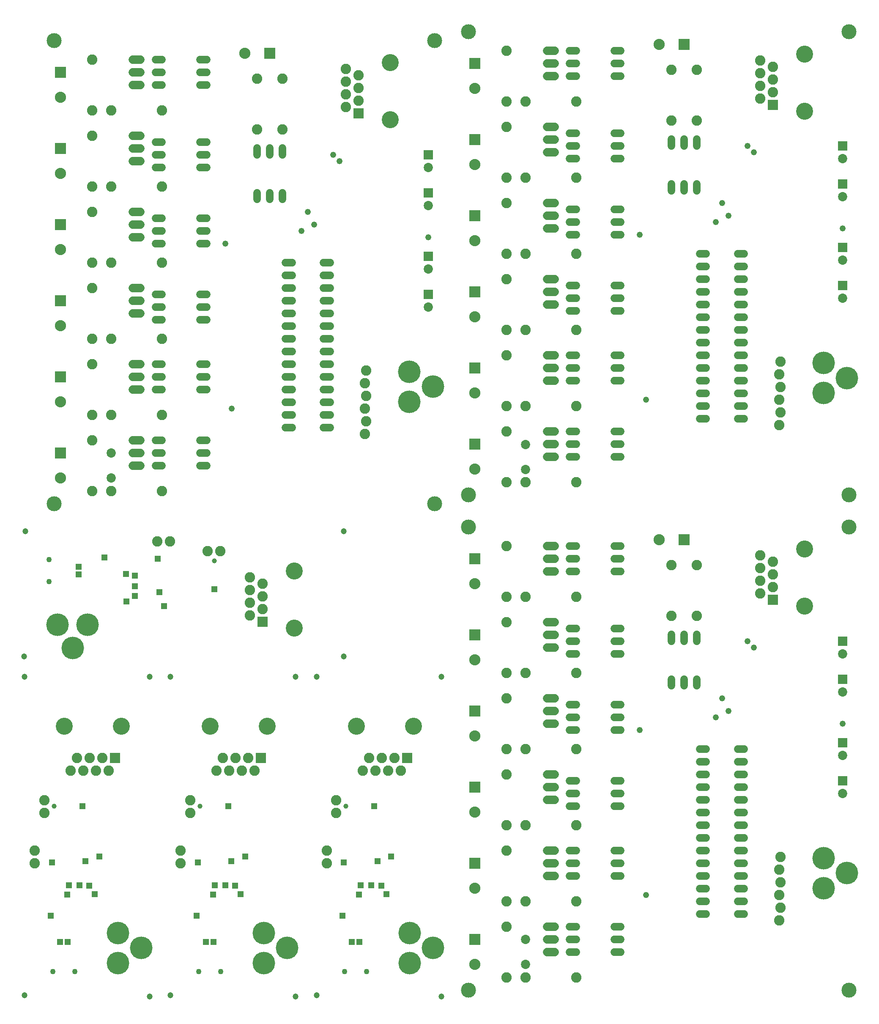
<source format=gbs>
G75*
G70*
%OFA0B0*%
%FSLAX25Y25*%
%IPPOS*%
%LPD*%
%AMOC8*
5,1,8,0,0,1.08239X$1,22.5*
%
%ADD110C,0.04340*%
%ADD158C,0.06000*%
%ADD166C,0.08200*%
%ADD186C,0.04800*%
%ADD212R,0.08800X0.08800*%
%ADD223R,0.07300X0.07300*%
%ADD263C,0.04740*%
%ADD28R,0.04760X0.04760*%
%ADD284C,0.06800*%
%ADD286R,0.08200X0.08200*%
%ADD329C,0.11820*%
%ADD366C,0.13400*%
%ADD463C,0.17800*%
%ADD553C,0.07300*%
%ADD688C,0.03900*%
%ADD74C,0.08800*%
X0020000Y0020000D02*
G75*
%LPD*%
D263*
X0123760Y0024800D03*
X0025360Y0026000D03*
X0025360Y0276800D03*
X0123760Y0276800D03*
D110*
X0064820Y0044600D03*
X0047500Y0044600D03*
D166*
X0033360Y0130000D03*
X0033360Y0140000D03*
X0040760Y0169600D03*
X0040760Y0179600D03*
X0061660Y0203000D03*
X0066660Y0213000D03*
X0071660Y0203000D03*
X0076660Y0213000D03*
X0081660Y0203000D03*
X0086660Y0213000D03*
X0091660Y0203000D03*
D366*
X0101660Y0238000D03*
X0056660Y0238000D03*
D286*
X0096660Y0213000D03*
D463*
X0098760Y0074940D03*
X0098760Y0051320D03*
X0117270Y0063130D03*
D28*
X0084160Y0135200D03*
X0076360Y0112200D03*
X0080560Y0105600D03*
X0068560Y0112400D03*
X0073360Y0131600D03*
X0060160Y0112400D03*
X0058960Y0105200D03*
X0046960Y0130400D03*
X0045760Y0088400D03*
X0053160Y0067800D03*
X0059160Y0068000D03*
X0070960Y0174800D03*
D688*
X0048560Y0175000D03*
X0135060Y0020000D02*
G75*
%LPD*%
D263*
X0238820Y0024800D03*
X0140420Y0026000D03*
X0140420Y0276800D03*
X0238820Y0276800D03*
D110*
X0179880Y0044600D03*
X0162560Y0044600D03*
D166*
X0148420Y0130000D03*
X0148420Y0140000D03*
X0155820Y0169600D03*
X0155820Y0179600D03*
X0176720Y0203000D03*
X0181720Y0213000D03*
X0186720Y0203000D03*
X0191720Y0213000D03*
X0196720Y0203000D03*
X0201720Y0213000D03*
X0206720Y0203000D03*
D366*
X0216720Y0238000D03*
X0171720Y0238000D03*
D286*
X0211720Y0213000D03*
D463*
X0213820Y0074940D03*
X0213820Y0051320D03*
X0232330Y0063130D03*
D28*
X0199220Y0135200D03*
X0191420Y0112200D03*
X0195620Y0105600D03*
X0183620Y0112400D03*
X0188420Y0131600D03*
X0175220Y0112400D03*
X0174020Y0105200D03*
X0162020Y0130400D03*
X0160820Y0088400D03*
X0168220Y0067800D03*
X0174220Y0068000D03*
X0186020Y0174800D03*
D688*
X0163620Y0175000D03*
X0250120Y0020000D02*
G75*
%LPD*%
D263*
X0353880Y0024800D03*
X0255480Y0026000D03*
X0255480Y0276800D03*
X0353880Y0276800D03*
D110*
X0294940Y0044600D03*
X0277620Y0044600D03*
D166*
X0263480Y0130000D03*
X0263480Y0140000D03*
X0270880Y0169600D03*
X0270880Y0179600D03*
X0291780Y0203000D03*
X0296780Y0213000D03*
X0301780Y0203000D03*
X0306780Y0213000D03*
X0311780Y0203000D03*
X0316780Y0213000D03*
X0321780Y0203000D03*
D366*
X0331780Y0238000D03*
X0286780Y0238000D03*
D286*
X0326780Y0213000D03*
D463*
X0328880Y0074940D03*
X0328880Y0051320D03*
X0347390Y0063130D03*
D28*
X0314280Y0135200D03*
X0306480Y0112200D03*
X0310680Y0105600D03*
X0298680Y0112400D03*
X0303480Y0131600D03*
X0290280Y0112400D03*
X0289080Y0105200D03*
X0277080Y0130400D03*
X0275880Y0088400D03*
X0283280Y0067800D03*
X0289280Y0068000D03*
X0301080Y0174800D03*
D688*
X0278680Y0175000D03*
X0365180Y0020000D02*
G75*
%LPD*%
D329*
X0675140Y0030000D03*
X0375140Y0030000D03*
X0375140Y0395000D03*
X0675140Y0395000D03*
D158*
X0555140Y0310200D02*
X0555140Y0305000D01*
X0545140Y0305000D02*
X0545140Y0310200D01*
X0535140Y0310200D02*
X0535140Y0305000D01*
X0535140Y0275000D02*
X0535140Y0269800D01*
X0545140Y0269800D02*
X0545140Y0275000D01*
X0555140Y0275000D02*
X0555140Y0269800D01*
X0557540Y0220000D02*
X0562740Y0220000D01*
X0562740Y0210000D02*
X0557540Y0210000D01*
X0557540Y0200000D02*
X0562740Y0200000D01*
X0562740Y0190000D02*
X0557540Y0190000D01*
X0557540Y0180000D02*
X0562740Y0180000D01*
X0562740Y0170000D02*
X0557540Y0170000D01*
X0557540Y0160000D02*
X0562740Y0160000D01*
X0562740Y0150000D02*
X0557540Y0150000D01*
X0557540Y0140000D02*
X0562740Y0140000D01*
X0562740Y0130000D02*
X0557540Y0130000D01*
X0557540Y0120000D02*
X0562740Y0120000D01*
X0562740Y0110000D02*
X0557540Y0110000D01*
X0557540Y0100000D02*
X0562740Y0100000D01*
X0562740Y0090000D02*
X0557540Y0090000D01*
X0587540Y0090000D02*
X0592740Y0090000D01*
X0592740Y0100000D02*
X0587540Y0100000D01*
X0587540Y0110000D02*
X0592740Y0110000D01*
X0592740Y0120000D02*
X0587540Y0120000D01*
X0587540Y0130000D02*
X0592740Y0130000D01*
X0592740Y0140000D02*
X0587540Y0140000D01*
X0587540Y0150000D02*
X0592740Y0150000D01*
X0592740Y0160000D02*
X0587540Y0160000D01*
X0587540Y0170000D02*
X0592740Y0170000D01*
X0592740Y0180000D02*
X0587540Y0180000D01*
X0587540Y0190000D02*
X0592740Y0190000D01*
X0592740Y0200000D02*
X0587540Y0200000D01*
X0587540Y0210000D02*
X0592740Y0210000D01*
X0592740Y0220000D02*
X0587540Y0220000D01*
X0495340Y0235000D02*
X0490140Y0235000D01*
X0490140Y0245000D02*
X0495340Y0245000D01*
X0495340Y0255000D02*
X0490140Y0255000D01*
X0460140Y0255000D02*
X0454940Y0255000D01*
X0454940Y0245000D02*
X0460140Y0245000D01*
X0460140Y0235000D02*
X0454940Y0235000D01*
X0454940Y0195000D02*
X0460140Y0195000D01*
X0460140Y0185000D02*
X0454940Y0185000D01*
X0454940Y0175000D02*
X0460140Y0175000D01*
X0490140Y0175000D02*
X0495340Y0175000D01*
X0495340Y0185000D02*
X0490140Y0185000D01*
X0490140Y0195000D02*
X0495340Y0195000D01*
X0495340Y0140000D02*
X0490140Y0140000D01*
X0490140Y0130000D02*
X0495340Y0130000D01*
X0495340Y0120000D02*
X0490140Y0120000D01*
X0460140Y0120000D02*
X0454940Y0120000D01*
X0454940Y0130000D02*
X0460140Y0130000D01*
X0460140Y0140000D02*
X0454940Y0140000D01*
X0454940Y0080000D02*
X0460140Y0080000D01*
X0460140Y0070000D02*
X0454940Y0070000D01*
X0454940Y0060000D02*
X0460140Y0060000D01*
X0490140Y0060000D02*
X0495340Y0060000D01*
X0495340Y0070000D02*
X0490140Y0070000D01*
X0490140Y0080000D02*
X0495340Y0080000D01*
X0495340Y0295000D02*
X0490140Y0295000D01*
X0490140Y0305000D02*
X0495340Y0305000D01*
X0495340Y0315000D02*
X0490140Y0315000D01*
X0460140Y0315000D02*
X0454940Y0315000D01*
X0454940Y0305000D02*
X0460140Y0305000D01*
X0460140Y0295000D02*
X0454940Y0295000D01*
X0454940Y0360000D02*
X0460140Y0360000D01*
X0460140Y0370000D02*
X0454940Y0370000D01*
X0454940Y0380000D02*
X0460140Y0380000D01*
X0490140Y0380000D02*
X0495340Y0380000D01*
X0495340Y0370000D02*
X0490140Y0370000D01*
X0490140Y0360000D02*
X0495340Y0360000D01*
D166*
X0460140Y0340000D03*
X0420140Y0340000D03*
X0405140Y0340000D03*
X0405140Y0320000D03*
X0405140Y0280000D03*
X0420140Y0280000D03*
X0405140Y0260000D03*
X0405140Y0220000D03*
X0420140Y0220000D03*
X0405140Y0200000D03*
X0405140Y0160000D03*
X0420140Y0160000D03*
X0405140Y0140000D03*
X0405140Y0100000D03*
X0420140Y0100000D03*
X0405140Y0080000D03*
X0405140Y0040000D03*
X0420140Y0040000D03*
X0460140Y0040000D03*
X0460140Y0100000D03*
X0460140Y0160000D03*
X0460140Y0220000D03*
X0460140Y0280000D03*
X0535140Y0325000D03*
X0555140Y0325000D03*
X0555140Y0365000D03*
X0535140Y0365000D03*
X0605140Y0362500D03*
X0605140Y0372500D03*
X0615140Y0367500D03*
X0615140Y0357500D03*
X0615140Y0347500D03*
X0605140Y0352500D03*
X0605140Y0342500D03*
X0621140Y0135000D03*
X0620140Y0125000D03*
X0621140Y0115000D03*
X0620140Y0105000D03*
X0621140Y0095000D03*
X0620140Y0085000D03*
X0405140Y0380000D03*
D284*
X0437140Y0380000D02*
X0443140Y0380000D01*
X0443140Y0370000D02*
X0437140Y0370000D01*
X0437140Y0360000D02*
X0443140Y0360000D01*
X0443140Y0320000D02*
X0437140Y0320000D01*
X0437140Y0310000D02*
X0443140Y0310000D01*
X0443140Y0300000D02*
X0437140Y0300000D01*
X0437140Y0260000D02*
X0443140Y0260000D01*
X0443140Y0250000D02*
X0437140Y0250000D01*
X0437140Y0240000D02*
X0443140Y0240000D01*
X0443140Y0200000D02*
X0437140Y0200000D01*
X0437140Y0190000D02*
X0443140Y0190000D01*
X0443140Y0180000D02*
X0437140Y0180000D01*
X0437140Y0140000D02*
X0443140Y0140000D01*
X0443140Y0130000D02*
X0437140Y0130000D01*
X0437140Y0120000D02*
X0443140Y0120000D01*
X0443140Y0080000D02*
X0437140Y0080000D01*
X0437140Y0070000D02*
X0443140Y0070000D01*
X0443140Y0060000D02*
X0437140Y0060000D01*
D553*
X0420140Y0069840D03*
X0420140Y0050150D03*
X0670140Y0185000D03*
X0670140Y0215000D03*
X0670140Y0265000D03*
X0670140Y0295000D03*
D366*
X0640140Y0332500D03*
X0640140Y0377500D03*
D286*
X0615140Y0337500D03*
D223*
X0670140Y0305000D03*
X0670140Y0275000D03*
X0670140Y0225000D03*
X0670140Y0195000D03*
D463*
X0655140Y0133930D03*
X0673640Y0122120D03*
X0655140Y0110310D03*
D212*
X0545140Y0385000D03*
X0380140Y0370000D03*
X0380140Y0310000D03*
X0380140Y0250000D03*
X0380140Y0190000D03*
X0380140Y0130000D03*
X0380140Y0070000D03*
D74*
X0380140Y0050310D03*
X0380140Y0110310D03*
X0380140Y0170310D03*
X0380140Y0230310D03*
X0380140Y0290310D03*
X0380140Y0350310D03*
X0525450Y0385000D03*
D186*
X0595140Y0305000D03*
X0600140Y0300000D03*
X0575140Y0260000D03*
X0580140Y0250000D03*
X0570140Y0245000D03*
X0510140Y0235000D03*
X0515140Y0105000D03*
X0670140Y0240000D03*
X0020000Y0288200D02*
G75*
%LPD*%
D263*
X0024800Y0293000D03*
X0026000Y0391400D03*
X0276800Y0391400D03*
X0276800Y0293000D03*
D110*
X0044600Y0351940D03*
X0044600Y0369260D03*
D166*
X0130000Y0383400D03*
X0140000Y0383400D03*
X0169600Y0376000D03*
X0179600Y0376000D03*
X0203000Y0355100D03*
X0213000Y0350100D03*
X0203000Y0345100D03*
X0213000Y0340100D03*
X0203000Y0335100D03*
X0213000Y0330100D03*
X0203000Y0325100D03*
D366*
X0238000Y0315100D03*
X0238000Y0360100D03*
D286*
X0213000Y0320100D03*
D463*
X0074940Y0318000D03*
X0051320Y0318000D03*
X0063130Y0299490D03*
D28*
X0135200Y0332600D03*
X0112200Y0340400D03*
X0105600Y0336200D03*
X0112400Y0348200D03*
X0131600Y0343400D03*
X0112400Y0356600D03*
X0105200Y0357800D03*
X0130400Y0369800D03*
X0088400Y0371000D03*
X0067800Y0363600D03*
X0068000Y0357600D03*
X0174800Y0345800D03*
D688*
X0175000Y0368200D03*
X0038720Y0403260D02*
G75*
%LPD*%
D329*
X0348680Y0413260D03*
X0048680Y0413260D03*
X0048680Y0778260D03*
X0348680Y0778260D03*
D158*
X0228680Y0693460D02*
X0228680Y0688260D01*
X0218680Y0688260D02*
X0218680Y0693460D01*
X0208680Y0693460D02*
X0208680Y0688260D01*
X0208680Y0658260D02*
X0208680Y0653060D01*
X0218680Y0653060D02*
X0218680Y0658260D01*
X0228680Y0658260D02*
X0228680Y0653060D01*
X0231080Y0603260D02*
X0236280Y0603260D01*
X0236280Y0593260D02*
X0231080Y0593260D01*
X0231080Y0583260D02*
X0236280Y0583260D01*
X0236280Y0573260D02*
X0231080Y0573260D01*
X0231080Y0563260D02*
X0236280Y0563260D01*
X0236280Y0553260D02*
X0231080Y0553260D01*
X0231080Y0543260D02*
X0236280Y0543260D01*
X0236280Y0533260D02*
X0231080Y0533260D01*
X0231080Y0523260D02*
X0236280Y0523260D01*
X0236280Y0513260D02*
X0231080Y0513260D01*
X0231080Y0503260D02*
X0236280Y0503260D01*
X0236280Y0493260D02*
X0231080Y0493260D01*
X0231080Y0483260D02*
X0236280Y0483260D01*
X0236280Y0473260D02*
X0231080Y0473260D01*
X0261080Y0473260D02*
X0266280Y0473260D01*
X0266280Y0483260D02*
X0261080Y0483260D01*
X0261080Y0493260D02*
X0266280Y0493260D01*
X0266280Y0503260D02*
X0261080Y0503260D01*
X0261080Y0513260D02*
X0266280Y0513260D01*
X0266280Y0523260D02*
X0261080Y0523260D01*
X0261080Y0533260D02*
X0266280Y0533260D01*
X0266280Y0543260D02*
X0261080Y0543260D01*
X0261080Y0553260D02*
X0266280Y0553260D01*
X0266280Y0563260D02*
X0261080Y0563260D01*
X0261080Y0573260D02*
X0266280Y0573260D01*
X0266280Y0583260D02*
X0261080Y0583260D01*
X0261080Y0593260D02*
X0266280Y0593260D01*
X0266280Y0603260D02*
X0261080Y0603260D01*
X0168880Y0618260D02*
X0163680Y0618260D01*
X0163680Y0628260D02*
X0168880Y0628260D01*
X0168880Y0638260D02*
X0163680Y0638260D01*
X0133680Y0638260D02*
X0128480Y0638260D01*
X0128480Y0628260D02*
X0133680Y0628260D01*
X0133680Y0618260D02*
X0128480Y0618260D01*
X0128480Y0578260D02*
X0133680Y0578260D01*
X0133680Y0568260D02*
X0128480Y0568260D01*
X0128480Y0558260D02*
X0133680Y0558260D01*
X0163680Y0558260D02*
X0168880Y0558260D01*
X0168880Y0568260D02*
X0163680Y0568260D01*
X0163680Y0578260D02*
X0168880Y0578260D01*
X0168880Y0523260D02*
X0163680Y0523260D01*
X0163680Y0513260D02*
X0168880Y0513260D01*
X0168880Y0503260D02*
X0163680Y0503260D01*
X0133680Y0503260D02*
X0128480Y0503260D01*
X0128480Y0513260D02*
X0133680Y0513260D01*
X0133680Y0523260D02*
X0128480Y0523260D01*
X0128480Y0463260D02*
X0133680Y0463260D01*
X0133680Y0453260D02*
X0128480Y0453260D01*
X0128480Y0443260D02*
X0133680Y0443260D01*
X0163680Y0443260D02*
X0168880Y0443260D01*
X0168880Y0453260D02*
X0163680Y0453260D01*
X0163680Y0463260D02*
X0168880Y0463260D01*
X0168880Y0678260D02*
X0163680Y0678260D01*
X0163680Y0688260D02*
X0168880Y0688260D01*
X0168880Y0698260D02*
X0163680Y0698260D01*
X0133680Y0698260D02*
X0128480Y0698260D01*
X0128480Y0688260D02*
X0133680Y0688260D01*
X0133680Y0678260D02*
X0128480Y0678260D01*
X0128480Y0743260D02*
X0133680Y0743260D01*
X0133680Y0753260D02*
X0128480Y0753260D01*
X0128480Y0763260D02*
X0133680Y0763260D01*
X0163680Y0763260D02*
X0168880Y0763260D01*
X0168880Y0753260D02*
X0163680Y0753260D01*
X0163680Y0743260D02*
X0168880Y0743260D01*
D166*
X0133680Y0723260D03*
X0093680Y0723260D03*
X0078680Y0723260D03*
X0078680Y0703260D03*
X0078680Y0663260D03*
X0093680Y0663260D03*
X0078680Y0643260D03*
X0078680Y0603260D03*
X0093680Y0603260D03*
X0078680Y0583260D03*
X0078680Y0543260D03*
X0093680Y0543260D03*
X0078680Y0523260D03*
X0078680Y0483260D03*
X0093680Y0483260D03*
X0078680Y0463260D03*
X0078680Y0423260D03*
X0093680Y0423260D03*
X0133680Y0423260D03*
X0133680Y0483260D03*
X0133680Y0543260D03*
X0133680Y0603260D03*
X0133680Y0663260D03*
X0208680Y0708260D03*
X0228680Y0708260D03*
X0228680Y0748260D03*
X0208680Y0748260D03*
X0278680Y0745760D03*
X0278680Y0755760D03*
X0288680Y0750760D03*
X0288680Y0740760D03*
X0288680Y0730760D03*
X0278680Y0735760D03*
X0278680Y0725760D03*
X0294680Y0518260D03*
X0293680Y0508260D03*
X0294680Y0498260D03*
X0293680Y0488260D03*
X0294680Y0478260D03*
X0293680Y0468260D03*
X0078680Y0763260D03*
D284*
X0110680Y0763260D02*
X0116680Y0763260D01*
X0116680Y0753260D02*
X0110680Y0753260D01*
X0110680Y0743260D02*
X0116680Y0743260D01*
X0116680Y0703260D02*
X0110680Y0703260D01*
X0110680Y0693260D02*
X0116680Y0693260D01*
X0116680Y0683260D02*
X0110680Y0683260D01*
X0110680Y0643260D02*
X0116680Y0643260D01*
X0116680Y0633260D02*
X0110680Y0633260D01*
X0110680Y0623260D02*
X0116680Y0623260D01*
X0116680Y0583260D02*
X0110680Y0583260D01*
X0110680Y0573260D02*
X0116680Y0573260D01*
X0116680Y0563260D02*
X0110680Y0563260D01*
X0110680Y0523260D02*
X0116680Y0523260D01*
X0116680Y0513260D02*
X0110680Y0513260D01*
X0110680Y0503260D02*
X0116680Y0503260D01*
X0116680Y0463260D02*
X0110680Y0463260D01*
X0110680Y0453260D02*
X0116680Y0453260D01*
X0116680Y0443260D02*
X0110680Y0443260D01*
D553*
X0093680Y0453100D03*
X0093680Y0433410D03*
X0343680Y0568260D03*
X0343680Y0598260D03*
X0343680Y0648260D03*
X0343680Y0678260D03*
D366*
X0313680Y0715760D03*
X0313680Y0760760D03*
D286*
X0288680Y0720760D03*
D223*
X0343680Y0688260D03*
X0343680Y0658260D03*
X0343680Y0608260D03*
X0343680Y0578260D03*
D463*
X0328680Y0517190D03*
X0347180Y0505380D03*
X0328680Y0493570D03*
D212*
X0218680Y0768260D03*
X0053680Y0753260D03*
X0053680Y0693260D03*
X0053680Y0633260D03*
X0053680Y0573260D03*
X0053680Y0513260D03*
X0053680Y0453260D03*
D74*
X0053680Y0433570D03*
X0053680Y0493570D03*
X0053680Y0553570D03*
X0053680Y0613570D03*
X0053680Y0673570D03*
X0053680Y0733570D03*
X0198990Y0768260D03*
D186*
X0268680Y0688260D03*
X0273680Y0683260D03*
X0248680Y0643260D03*
X0253680Y0633260D03*
X0243680Y0628260D03*
X0183680Y0618260D03*
X0188680Y0488260D03*
X0343680Y0623260D03*
X0365180Y0410200D02*
G75*
%LPD*%
D329*
X0675140Y0420200D03*
X0375140Y0420200D03*
X0375140Y0785200D03*
X0675140Y0785200D03*
D158*
X0555140Y0700400D02*
X0555140Y0695200D01*
X0545140Y0695200D02*
X0545140Y0700400D01*
X0535140Y0700400D02*
X0535140Y0695200D01*
X0535140Y0665200D02*
X0535140Y0660000D01*
X0545140Y0660000D02*
X0545140Y0665200D01*
X0555140Y0665200D02*
X0555140Y0660000D01*
X0557540Y0610200D02*
X0562740Y0610200D01*
X0562740Y0600200D02*
X0557540Y0600200D01*
X0557540Y0590200D02*
X0562740Y0590200D01*
X0562740Y0580200D02*
X0557540Y0580200D01*
X0557540Y0570200D02*
X0562740Y0570200D01*
X0562740Y0560200D02*
X0557540Y0560200D01*
X0557540Y0550200D02*
X0562740Y0550200D01*
X0562740Y0540200D02*
X0557540Y0540200D01*
X0557540Y0530200D02*
X0562740Y0530200D01*
X0562740Y0520200D02*
X0557540Y0520200D01*
X0557540Y0510200D02*
X0562740Y0510200D01*
X0562740Y0500200D02*
X0557540Y0500200D01*
X0557540Y0490200D02*
X0562740Y0490200D01*
X0562740Y0480200D02*
X0557540Y0480200D01*
X0587540Y0480200D02*
X0592740Y0480200D01*
X0592740Y0490200D02*
X0587540Y0490200D01*
X0587540Y0500200D02*
X0592740Y0500200D01*
X0592740Y0510200D02*
X0587540Y0510200D01*
X0587540Y0520200D02*
X0592740Y0520200D01*
X0592740Y0530200D02*
X0587540Y0530200D01*
X0587540Y0540200D02*
X0592740Y0540200D01*
X0592740Y0550200D02*
X0587540Y0550200D01*
X0587540Y0560200D02*
X0592740Y0560200D01*
X0592740Y0570200D02*
X0587540Y0570200D01*
X0587540Y0580200D02*
X0592740Y0580200D01*
X0592740Y0590200D02*
X0587540Y0590200D01*
X0587540Y0600200D02*
X0592740Y0600200D01*
X0592740Y0610200D02*
X0587540Y0610200D01*
X0495340Y0625200D02*
X0490140Y0625200D01*
X0490140Y0635200D02*
X0495340Y0635200D01*
X0495340Y0645200D02*
X0490140Y0645200D01*
X0460140Y0645200D02*
X0454940Y0645200D01*
X0454940Y0635200D02*
X0460140Y0635200D01*
X0460140Y0625200D02*
X0454940Y0625200D01*
X0454940Y0585200D02*
X0460140Y0585200D01*
X0460140Y0575200D02*
X0454940Y0575200D01*
X0454940Y0565200D02*
X0460140Y0565200D01*
X0490140Y0565200D02*
X0495340Y0565200D01*
X0495340Y0575200D02*
X0490140Y0575200D01*
X0490140Y0585200D02*
X0495340Y0585200D01*
X0495340Y0530200D02*
X0490140Y0530200D01*
X0490140Y0520200D02*
X0495340Y0520200D01*
X0495340Y0510200D02*
X0490140Y0510200D01*
X0460140Y0510200D02*
X0454940Y0510200D01*
X0454940Y0520200D02*
X0460140Y0520200D01*
X0460140Y0530200D02*
X0454940Y0530200D01*
X0454940Y0470200D02*
X0460140Y0470200D01*
X0460140Y0460200D02*
X0454940Y0460200D01*
X0454940Y0450200D02*
X0460140Y0450200D01*
X0490140Y0450200D02*
X0495340Y0450200D01*
X0495340Y0460200D02*
X0490140Y0460200D01*
X0490140Y0470200D02*
X0495340Y0470200D01*
X0495340Y0685200D02*
X0490140Y0685200D01*
X0490140Y0695200D02*
X0495340Y0695200D01*
X0495340Y0705200D02*
X0490140Y0705200D01*
X0460140Y0705200D02*
X0454940Y0705200D01*
X0454940Y0695200D02*
X0460140Y0695200D01*
X0460140Y0685200D02*
X0454940Y0685200D01*
X0454940Y0750200D02*
X0460140Y0750200D01*
X0460140Y0760200D02*
X0454940Y0760200D01*
X0454940Y0770200D02*
X0460140Y0770200D01*
X0490140Y0770200D02*
X0495340Y0770200D01*
X0495340Y0760200D02*
X0490140Y0760200D01*
X0490140Y0750200D02*
X0495340Y0750200D01*
D166*
X0460140Y0730200D03*
X0420140Y0730200D03*
X0405140Y0730200D03*
X0405140Y0710200D03*
X0405140Y0670200D03*
X0420140Y0670200D03*
X0405140Y0650200D03*
X0405140Y0610200D03*
X0420140Y0610200D03*
X0405140Y0590200D03*
X0405140Y0550200D03*
X0420140Y0550200D03*
X0405140Y0530200D03*
X0405140Y0490200D03*
X0420140Y0490200D03*
X0405140Y0470200D03*
X0405140Y0430200D03*
X0420140Y0430200D03*
X0460140Y0430200D03*
X0460140Y0490200D03*
X0460140Y0550200D03*
X0460140Y0610200D03*
X0460140Y0670200D03*
X0535140Y0715200D03*
X0555140Y0715200D03*
X0555140Y0755200D03*
X0535140Y0755200D03*
X0605140Y0752700D03*
X0605140Y0762700D03*
X0615140Y0757700D03*
X0615140Y0747700D03*
X0615140Y0737700D03*
X0605140Y0742700D03*
X0605140Y0732700D03*
X0621140Y0525200D03*
X0620140Y0515200D03*
X0621140Y0505200D03*
X0620140Y0495200D03*
X0621140Y0485200D03*
X0620140Y0475200D03*
X0405140Y0770200D03*
D284*
X0437140Y0770200D02*
X0443140Y0770200D01*
X0443140Y0760200D02*
X0437140Y0760200D01*
X0437140Y0750200D02*
X0443140Y0750200D01*
X0443140Y0710200D02*
X0437140Y0710200D01*
X0437140Y0700200D02*
X0443140Y0700200D01*
X0443140Y0690200D02*
X0437140Y0690200D01*
X0437140Y0650200D02*
X0443140Y0650200D01*
X0443140Y0640200D02*
X0437140Y0640200D01*
X0437140Y0630200D02*
X0443140Y0630200D01*
X0443140Y0590200D02*
X0437140Y0590200D01*
X0437140Y0580200D02*
X0443140Y0580200D01*
X0443140Y0570200D02*
X0437140Y0570200D01*
X0437140Y0530200D02*
X0443140Y0530200D01*
X0443140Y0520200D02*
X0437140Y0520200D01*
X0437140Y0510200D02*
X0443140Y0510200D01*
X0443140Y0470200D02*
X0437140Y0470200D01*
X0437140Y0460200D02*
X0443140Y0460200D01*
X0443140Y0450200D02*
X0437140Y0450200D01*
D553*
X0420140Y0460040D03*
X0420140Y0440350D03*
X0670140Y0575200D03*
X0670140Y0605200D03*
X0670140Y0655200D03*
X0670140Y0685200D03*
D366*
X0640140Y0722700D03*
X0640140Y0767700D03*
D286*
X0615140Y0727700D03*
D223*
X0670140Y0695200D03*
X0670140Y0665200D03*
X0670140Y0615200D03*
X0670140Y0585200D03*
D463*
X0655140Y0524130D03*
X0673640Y0512320D03*
X0655140Y0500510D03*
D212*
X0545140Y0775200D03*
X0380140Y0760200D03*
X0380140Y0700200D03*
X0380140Y0640200D03*
X0380140Y0580200D03*
X0380140Y0520200D03*
X0380140Y0460200D03*
D74*
X0380140Y0440510D03*
X0380140Y0500510D03*
X0380140Y0560510D03*
X0380140Y0620510D03*
X0380140Y0680510D03*
X0380140Y0740510D03*
X0525450Y0775200D03*
D186*
X0595140Y0695200D03*
X0600140Y0690200D03*
X0575140Y0650200D03*
X0580140Y0640200D03*
X0570140Y0635200D03*
X0510140Y0625200D03*
X0515140Y0495200D03*
X0670140Y0630200D03*
M02*

</source>
